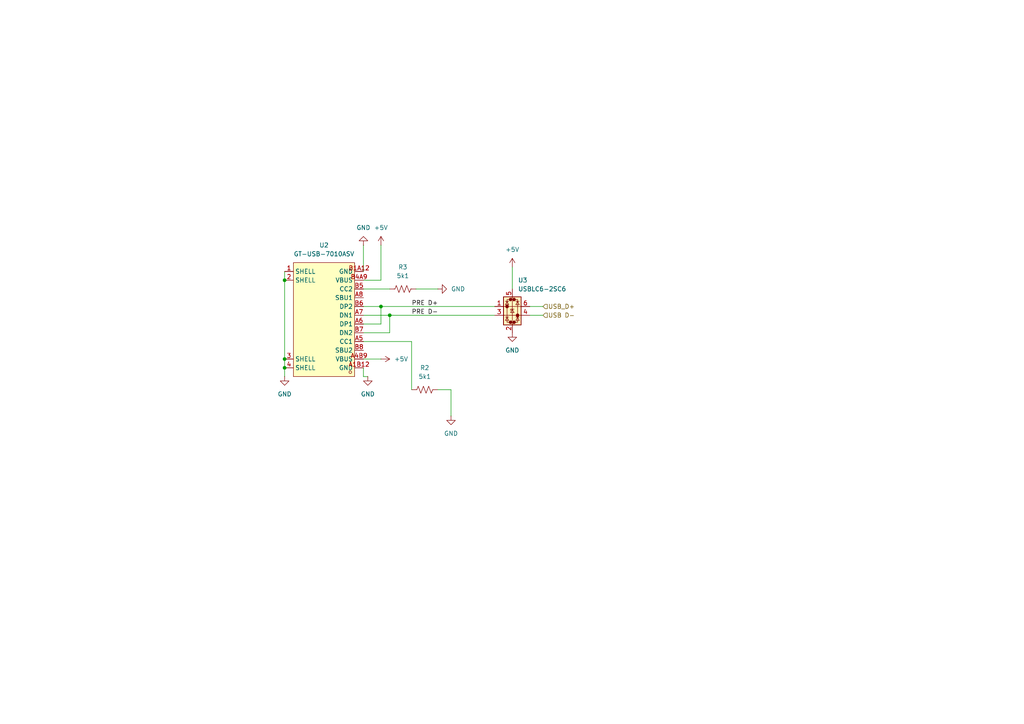
<source format=kicad_sch>
(kicad_sch (version 20250114) (generator "eeschema") (generator_version "9.0")
  (paper "A4")
  (lib_symbols
    (symbol "Device:R_US" (pin_numbers (hide yes)) (pin_names (offset 0))
      (property "Reference" "R" (at 2.54 0 90))
      (property "Value" "R_US" (at -2.54 0 90))
      (symbol "R_US_0_1"
        (polyline (pts (xy 0 2.286) (xy 0 2.54)))
        (polyline (pts (xy 0 2.286) (xy 1.016 1.905) (xy 0 1.524) (xy -1.016 1.143) (xy 0 0.762)))
        (polyline (pts (xy 0 0.762) (xy 1.016 0.381) (xy 0 0) (xy -1.016 -0.381) (xy 0 -0.762)))
        (polyline (pts (xy 0 -0.762) (xy 1.016 -1.143) (xy 0 -1.524) (xy -1.016 -1.905) (xy 0 -2.286)))
        (polyline (pts (xy 0 -2.286) (xy 0 -2.54)))
      )
      (symbol "R_US_1_1"
        (pin passive line (at 0 3.81 270) (length 1.27) (name "~") (number "1"))
        (pin passive line (at 0 -3.81 90) (length 1.27) (name "~") (number "2"))
      )
    )
    (symbol "Power_Protection:USBLC6-2SC6" (pin_names (hide yes))
      (property "Reference" "U" (at 0.635 5.715 0))
      (property "Value" "USBLC6-2SC6" (at 0.635 3.81 0))
      (symbol "USBLC6-2SC6_0_0"
        (circle (center -1.524 0) (radius 0.0001) (stroke (width 0.508)))
        (circle (center -0.508 2.032) (radius 0.0001) (stroke (width 0.508)))
        (circle (center -0.508 -4.572) (radius 0.0001) (stroke (width 0.508)))
        (circle (center 0.508 2.032) (radius 0.0001) (stroke (width 0.508)))
        (circle (center 0.508 -4.572) (radius 0.0001) (stroke (width 0.508)))
        (circle (center 1.524 -2.54) (radius 0.0001) (stroke (width 0.508)))
      )
      (symbol "USBLC6-2SC6_0_1"
        (polyline (pts (xy -2.54 0) (xy 2.54 0)))
        (polyline (pts (xy -2.54 -2.54) (xy 2.54 -2.54)))
        (polyline (pts (xy -2.032 0.508) (xy -1.016 0.508) (xy -1.524 1.524) (xy -2.032 0.508)))
        (polyline (pts (xy -2.032 -3.048) (xy -1.016 -3.048)))
        (polyline (pts (xy -1.016 1.524) (xy -2.032 1.524)))
        (polyline (pts (xy -1.016 -4.064) (xy -2.032 -4.064) (xy -1.524 -3.048) (xy -1.016 -4.064)))
        (polyline (pts (xy -0.508 -1.143) (xy -0.508 -0.762) (xy 0.508 -0.762)))
        (polyline (pts (xy 0 2.54) (xy -0.508 2.032) (xy 0.508 2.032) (xy 0 1.524) (xy 0 -4.064) (xy -0.508 -4.572) (xy 0.508 -4.572) (xy 0 -5.08)))
        (polyline (pts (xy 0.508 -1.778) (xy -0.508 -1.778) (xy 0 -0.762) (xy 0.508 -1.778)))
        (polyline (pts (xy 1.016 1.524) (xy 2.032 1.524)))
        (polyline (pts (xy 1.016 -3.048) (xy 2.032 -3.048)))
        (polyline (pts (xy 2.032 0.508) (xy 1.016 0.508) (xy 1.524 1.524) (xy 2.032 0.508)))
        (polyline (pts (xy 2.032 -4.064) (xy 1.016 -4.064) (xy 1.524 -3.048) (xy 2.032 -4.064)))
      )
      (symbol "USBLC6-2SC6_1_1"
        (rectangle (start -2.54 2.794) (end 2.54 -5.334) (stroke (width 0.254)) (fill (type background)))
        (polyline (pts (xy -0.508 2.032) (xy -1.524 2.032) (xy -1.524 -4.572) (xy -0.508 -4.572)))
        (polyline (pts (xy 0.508 -4.572) (xy 1.524 -4.572) (xy 1.524 2.032) (xy 0.508 2.032)))
        (pin passive line (at -5.08 0 0) (length 2.54) (name "I/O1") (number "1"))
        (pin passive line (at -5.08 -2.54 0) (length 2.54) (name "I/O2") (number "3"))
        (pin passive line (at 0 5.08 270) (length 2.54) (name "VBUS") (number "5"))
        (pin passive line (at 0 -7.62 90) (length 2.54) (name "GND") (number "2"))
        (pin passive line (at 5.08 0 180) (length 2.54) (name "I/O1") (number "6"))
        (pin passive line (at 5.08 -2.54 180) (length 2.54) (name "I/O2") (number "4"))
      )
    )
    (symbol "easyeda2kicad:GT-USB-7010ASV"
      (property "Reference" "U" (at 0 20.32 0))
      (property "Value" "GT-USB-7010ASV" (at 0 -17.78 0))
      (symbol "GT-USB-7010ASV_0_1"
        (rectangle (start -10.16 17.78) (end 7.62 -15.24) (fill (type background)))
        (circle (center -8.89 16.51) (radius 0.38))
        (pin unspecified line (at -12.7 15.24 0) (length 2.54) (name "GND") (number "A1B12"))
        (pin unspecified line (at -12.7 12.7 0) (length 2.54) (name "VBUS") (number "A4B9"))
        (pin unspecified line (at -12.7 10.16 0) (length 2.54) (name "SBU2") (number "B8"))
        (pin unspecified line (at -12.7 7.62 0) (length 2.54) (name "CC1") (number "A5"))
        (pin unspecified line (at -12.7 5.08 0) (length 2.54) (name "DN2") (number "B7"))
        (pin unspecified line (at -12.7 2.54 0) (length 2.54) (name "DP1") (number "A6"))
        (pin unspecified line (at -12.7 0 0) (length 2.54) (name "DN1") (number "A7"))
        (pin unspecified line (at -12.7 -2.54 0) (length 2.54) (name "DP2") (number "B6"))
        (pin unspecified line (at -12.7 -5.08 0) (length 2.54) (name "SBU1") (number "A8"))
        (pin unspecified line (at -12.7 -7.62 0) (length 2.54) (name "CC2") (number "B5"))
        (pin unspecified line (at -12.7 -10.16 0) (length 2.54) (name "VBUS") (number "B4A9"))
        (pin unspecified line (at -12.7 -12.7 0) (length 2.54) (name "GND") (number "B1A12"))
        (pin unspecified line (at 10.16 15.24 180) (length 2.54) (name "SHELL") (number "4"))
        (pin unspecified line (at 10.16 12.7 180) (length 2.54) (name "SHELL") (number "3"))
        (pin unspecified line (at 10.16 -10.16 180) (length 2.54) (name "SHELL") (number "2"))
        (pin unspecified line (at 10.16 -12.7 180) (length 2.54) (name "SHELL") (number "1"))
      )
    )
    (symbol "power:+5V" (power) (pin_numbers (hide yes)) (pin_names (offset 0) (hide yes))
      (property "Value" "+5V" (at 0 3.556 0))
      (symbol "+5V_0_1"
        (polyline (pts (xy -0.762 1.27) (xy 0 2.54)))
        (polyline (pts (xy 0 2.54) (xy 0.762 1.27)))
        (polyline (pts (xy 0 0) (xy 0 2.54)))
      )
      (symbol "+5V_1_1"
        (pin power_in line (at 0 0 90) (length 0) (name "~") (number "1"))
      )
    )
    (symbol "power:GND" (power) (pin_numbers (hide yes)) (pin_names (offset 0) (hide yes))
      (property "Value" "GND" (at 0 -3.81 0))
      (symbol "GND_0_1"
        (polyline (pts (xy 0 0) (xy 0 -1.27) (xy 1.27 -1.27) (xy 0 -2.54) (xy -1.27 -1.27) (xy 0 -1.27)))
      )
      (symbol "GND_1_1"
        (pin power_in line (at 0 0 270) (length 0) (name "~") (number "1"))
      )
    )
  )
  (junction (at 82.55 81.28))
  (junction (at 110.49 88.9))
  (junction (at 82.55 104.14))
  (junction (at 113.03 91.44))
  (junction (at 82.55 106.68))
  (wire (pts (xy 82.55 106.68) (xy 82.55 109.22)))
  (wire (pts (xy 113.03 91.44) (xy 143.51 91.44)))
  (wire (pts (xy 105.41 88.9) (xy 110.49 88.9)))
  (wire (pts (xy 105.41 104.14) (xy 110.49 104.14)))
  (wire (pts (xy 105.41 99.06) (xy 119.38 99.06)))
  (wire (pts (xy 82.55 78.74) (xy 82.55 81.28)))
  (wire (pts (xy 153.67 88.9) (xy 157.48 88.9)))
  (wire (pts (xy 105.41 96.52) (xy 113.03 96.52)))
  (wire (pts (xy 82.55 104.14) (xy 82.55 106.68)))
  (wire (pts (xy 120.65 83.82) (xy 127 83.82)))
  (wire (pts (xy 153.67 91.44) (xy 157.48 91.44)))
  (wire (pts (xy 110.49 81.28) (xy 105.41 81.28)))
  (wire (pts (xy 110.49 93.98) (xy 110.49 88.9)))
  (wire (pts (xy 113.03 96.52) (xy 113.03 91.44)))
  (wire (pts (xy 130.81 113.03) (xy 130.81 120.65)))
  (wire (pts (xy 148.59 77.47) (xy 148.59 83.82)))
  (wire (pts (xy 105.41 93.98) (xy 110.49 93.98)))
  (wire (pts (xy 110.49 71.12) (xy 110.49 81.28)))
  (wire (pts (xy 105.41 109.22) (xy 106.68 109.22)))
  (wire (pts (xy 113.03 83.82) (xy 105.41 83.82)))
  (wire (pts (xy 105.41 71.12) (xy 105.41 78.74)))
  (wire (pts (xy 130.81 113.03) (xy 127 113.03)))
  (wire (pts (xy 105.41 91.44) (xy 113.03 91.44)))
  (wire (pts (xy 119.38 99.06) (xy 119.38 113.03)))
  (wire (pts (xy 110.49 88.9) (xy 143.51 88.9)))
  (wire (pts (xy 105.41 106.68) (xy 105.41 109.22)))
  (wire (pts (xy 82.55 81.28) (xy 82.55 104.14)))
  (label "PRE D+" (at 119.38 88.9 0))
  (label "PRE D-" (at 119.38 91.44 0))
  (hierarchical_label "USB_D+" (shape input) (at 157.48 88.9 0))
  (hierarchical_label "USB D-" (shape input) (at 157.48 91.44 0))
  (symbol (lib_id "power:GND") (at 130.81 120.65 0) (unit 1)
    (property "Reference" "#PWR023" (effects (hide yes)))
    (property "Value" "GND" (at 130.81 125.73 0))
    (property "Description" "Power symbol creates a global label with name \"GND\" , ground" (effects (hide yes)))
  )
  (symbol (lib_id "power:+5V") (at 110.49 71.12 0) (unit 1)
    (property "Reference" "#PWR01" (effects (hide yes)))
    (property "Value" "+5V" (at 110.49 66.04 0))
    (property "Description" "Power symbol creates a global label with name \"+5V\"" (effects (hide yes)))
  )
  (symbol (lib_id "power:GND") (at 106.68 109.22 0) (unit 1)
    (property "Reference" "#PWR019" (effects (hide yes)))
    (property "Value" "GND" (at 106.68 114.3 0))
    (property "Description" "Power symbol creates a global label with name \"GND\" , ground" (effects (hide yes)))
  )
  (symbol (lib_id "power:+5V") (at 110.49 104.14 270) (unit 1)
    (property "Reference" "#PWR021" (effects (hide yes)))
    (property "Value" "+5V" (at 114.3 104.1399 90) (effects (justify left)))
    (property "Description" "Power symbol creates a global label with name \"+5V\"" (effects (hide yes)))
  )
  (symbol (lib_id "Device:R_US") (at 123.19 113.03 90) (unit 1)
    (property "Reference" "R2" (at 123.19 106.68 90))
    (property "Value" "5k1" (at 123.19 109.22 90))
    (property "Footprint" "Resistor_SMD:R_0603_1608Metric_Pad0.98x0.95mm_HandSolder" (effects (hide yes)))
    (property "Description" "Resistor, US symbol" (effects (hide yes)))
  )
  (symbol (lib_id "easyeda2kicad:GT-USB-7010ASV") (at 92.71 91.44 180) (unit 1)
    (property "Reference" "U2" (at 93.98 71.12 0))
    (property "Value" "GT-USB-7010ASV" (at 93.98 73.66 0))
    (property "Footprint" "easyeda2kicad:USB-C-SMD_G-SWITCH_GT-USB-7010ASV" (effects (hide yes)))
    (property "LCSC Part" "C2988369" (effects (hide yes)))
  )
  (symbol (lib_id "Power_Protection:USBLC6-2SC6") (at 148.59 88.9 0) (unit 1)
    (property "Reference" "U3" (at 150.2411 81.28 0) (effects (justify left)))
    (property "Value" "USBLC6-2SC6" (at 150.2411 83.82 0) (effects (justify left)))
    (property "Footprint" "Package_TO_SOT_SMD:SOT-23-6" (effects (hide yes)))
    (property "Datasheet" "https://www.st.com/resource/en/datasheet/usblc6-2.pdf" (effects (hide yes)))
    (property "Description" "Very low capacitance ESD protection diode, 2 data-line, SOT-23-6" (effects (hide yes)))
  )
  (symbol (lib_id "power:GND") (at 82.55 109.22 0) (unit 1)
    (property "Reference" "#PWR026" (effects (hide yes)))
    (property "Value" "GND" (at 82.55 114.3 0))
    (property "Description" "Power symbol creates a global label with name \"GND\" , ground" (effects (hide yes)))
  )
  (symbol (lib_id "Device:R_US") (at 116.84 83.82 90) (unit 1)
    (property "Reference" "R3" (at 116.84 77.47 90))
    (property "Value" "5k1" (at 116.84 80.01 90))
    (property "Footprint" "Resistor_SMD:R_0603_1608Metric_Pad0.98x0.95mm_HandSolder" (effects (hide yes)))
    (property "Description" "Resistor, US symbol" (effects (hide yes)))
  )
  (symbol (lib_id "power:GND") (at 105.41 71.12 180) (unit 1)
    (property "Reference" "#PWR020" (effects (hide yes)))
    (property "Value" "GND" (at 105.41 66.04 0))
    (property "Description" "Power symbol creates a global label with name \"GND\" , ground" (effects (hide yes)))
  )
  (symbol (lib_id "power:GND") (at 148.59 96.52 0) (unit 1)
    (property "Reference" "#PWR024" (effects (hide yes)))
    (property "Value" "GND" (at 148.59 101.6 0))
    (property "Description" "Power symbol creates a global label with name \"GND\" , ground" (effects (hide yes)))
  )
  (symbol (lib_id "power:GND") (at 127 83.82 90) (unit 1)
    (property "Reference" "#PWR022" (effects (hide yes)))
    (property "Value" "GND" (at 130.81 83.8199 90) (effects (justify right)))
    (property "Description" "Power symbol creates a global label with name \"GND\" , ground" (effects (hide yes)))
  )
  (symbol (lib_id "power:+5V") (at 148.59 77.47 0) (unit 1)
    (property "Reference" "#PWR025" (effects (hide yes)))
    (property "Value" "+5V" (at 148.59 72.39 0))
    (property "Description" "Power symbol creates a global label with name \"+5V\"" (effects (hide yes)))
  )
)
</source>
